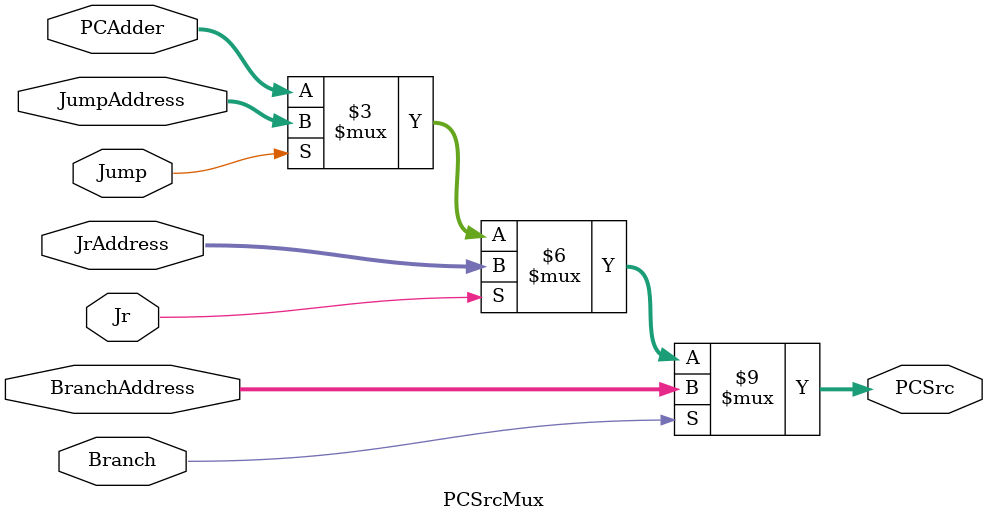
<source format=v>
`timescale 1ns / 1ps
module PCSrcMux(PCAdder, JumpAddress, BranchAddress, JrAddress, Branch, Jr, Jump, PCSrc);
	
	input [31:0] PCAdder, JumpAddress, BranchAddress, JrAddress; //JrAddress comes from ALUResult
	input Branch, Jr, Jump;
	
	output reg [31:0] PCSrc;
	
	always @(Branch, Jr, Jump, PCAdder, JumpAddress, BranchAddress, JrAddress) begin
		if(Branch) begin
			PCSrc <= BranchAddress;
		end
		else if(Jr) begin
			PCSrc <= JrAddress;
		end
		else if(Jump) begin
			PCSrc <= JumpAddress;
		end
		else begin
			PCSrc <= PCAdder;
		end
	end

endmodule

</source>
